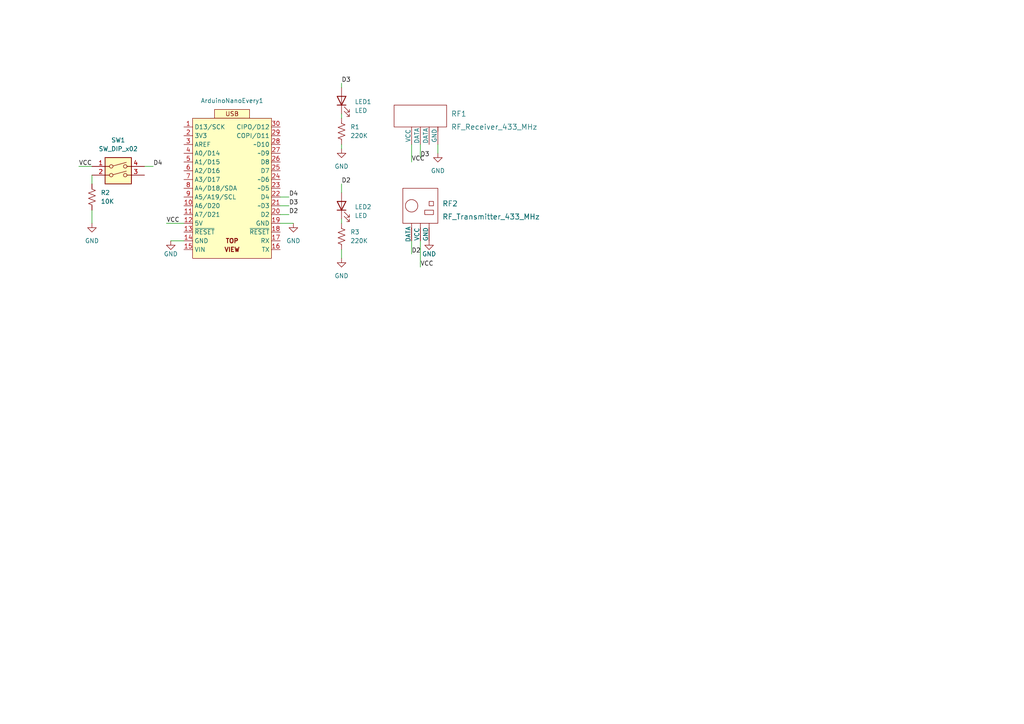
<source format=kicad_sch>
(kicad_sch (version 20211123) (generator eeschema)
  (paper "A4")
  (title_block (title "433_Nano_Transciver") (date "2022-10-18") (rev "Rev 1.0"))
  (lib_symbols
    (symbol "Device:LED" (pin_numbers hide) (pin_names (offset 1.016) hide)
      (property "Reference" "D" (at 0 2.54 0))
      (property "Value" "LED" (at 0 -2.54 0))
      (symbol "LED_0_1"
        (polyline (pts (xy -1.27 -1.27) (xy -1.27 1.27)) (stroke (width 0.254)))
        (polyline (pts (xy -1.27 0) (xy 1.27 0)))
        (polyline (pts (xy 1.27 -1.27) (xy 1.27 1.27) (xy -1.27 0) (xy 1.27 -1.27)) (stroke (width 0.254)))
        (polyline (pts (xy -3.048 -0.762) (xy -4.572 -2.286) (xy -3.81 -2.286) (xy -4.572 -2.286) (xy -4.572 -1.524)))
        (polyline (pts (xy -1.778 -0.762) (xy -3.302 -2.286) (xy -2.54 -2.286) (xy -3.302 -2.286) (xy -3.302 -1.524)))
      )
      (symbol "LED_1_1"
        (pin passive line (at -3.81 0 0) (length 2.54) (name "K") (number "1"))
        (pin passive line (at 3.81 0 180) (length 2.54) (name "A") (number "2"))
      )
    )
    (symbol "Device:R_US" (pin_numbers hide) (pin_names (offset 0))
      (property "Reference" "R" (at 2.54 0 90))
      (property "Value" "R_US" (at -2.54 0 90))
      (symbol "R_US_0_1"
        (polyline (pts (xy 0 -2.286) (xy 0 -2.54)))
        (polyline (pts (xy 0 2.286) (xy 0 2.54)))
        (polyline (pts (xy 0 -0.762) (xy 1.016 -1.143) (xy 0 -1.524) (xy -1.016 -1.905) (xy 0 -2.286)))
        (polyline (pts (xy 0 0.762) (xy 1.016 0.381) (xy 0 0) (xy -1.016 -0.381) (xy 0 -0.762)))
        (polyline (pts (xy 0 2.286) (xy 1.016 1.905) (xy 0 1.524) (xy -1.016 1.143) (xy 0 0.762)))
      )
      (symbol "R_US_1_1"
        (pin passive line (at 0 3.81 270) (length 1.27) (name "~") (number "1"))
        (pin passive line (at 0 -3.81 90) (length 1.27) (name "~") (number "2"))
      )
    )
    (symbol "Switch:SW_DIP_x02" (pin_names (offset 0) hide)
      (property "Reference" "SW" (at 0 6.35 0))
      (property "Value" "SW_DIP_x02" (at 0 -3.81 0))
      (symbol "SW_DIP_x02_0_0"
        (circle (center -2.032 0) (radius 0.508))
        (circle (center -2.032 2.54) (radius 0.508))
        (polyline (pts (xy -1.524 0.127) (xy 2.3622 1.1684)))
        (polyline (pts (xy -1.524 2.667) (xy 2.3622 3.7084)))
        (circle (center 2.032 0) (radius 0.508))
        (circle (center 2.032 2.54) (radius 0.508))
      )
      (symbol "SW_DIP_x02_0_1"
        (rectangle (start -3.81 5.08) (end 3.81 -2.54) (stroke (width 0.254)) (fill (type background)))
      )
      (symbol "SW_DIP_x02_1_1"
        (pin passive line (at -7.62 2.54 0) (length 5.08) (name "~") (number "1"))
        (pin passive line (at -7.62 0 0) (length 5.08) (name "~") (number "2"))
        (pin passive line (at 7.62 0 180) (length 5.08) (name "~") (number "3"))
        (pin passive line (at 7.62 2.54 180) (length 5.08) (name "~") (number "4"))
      )
    )
    (symbol "WorkshopSimboli:Arduino Nano Every"
      (property "Reference" "ArduinoNanoEvery" (at 13.97 7.62 0))
      (symbol "Arduino Nano Every_1_1"
        (rectangle (start 2.54 2.54) (end 25.4 -38.1) (fill (type background)))
        (rectangle (start 7.62 2.54) (end 17.78 2.54))
        (rectangle (start 8.89 5.08) (end 19.05 2.54) (fill (type background)))
        (text "TOP" (at 13.97 -33.02 0) (effects (font (size 1.27 1.27) bold)))
        (text "USB" (at 13.97 3.81 0) (effects (font (size 1.27 1.27))))
        (text "VIEW" (at 13.97 -35.56 0) (effects (font (size 1.27 1.27) bold)))
        (pin passive line (at 0 0 0) (length 2.54) (name "D13/SCK") (number "1"))
        (pin passive line (at 0 -22.86 0) (length 2.54) (name "A6/D20") (number "10"))
        (pin passive line (at 0 -25.4 0) (length 2.54) (name "A7/D21") (number "11"))
        (pin passive line (at 0 -27.94 0) (length 2.54) (name "5V") (number "12"))
        (pin passive line (at 0 -30.48 0) (length 2.54) (name "~{RESET}") (number "13"))
        (pin passive line (at 0 -33.02 0) (length 2.54) (name "GND") (number "14"))
        (pin passive line (at 0 -35.56 0) (length 2.54) (name "VIN") (number "15"))
        (pin passive line (at 27.94 -35.56 180) (length 2.54) (name "TX") (number "16"))
        (pin passive line (at 27.94 -33.02 180) (length 2.54) (name "RX") (number "17"))
        (pin passive line (at 27.94 -30.48 180) (length 2.54) (name "~{RESET}") (number "18"))
        (pin passive line (at 27.94 -27.94 180) (length 2.54) (name "GND") (number "19"))
        (pin passive line (at 0 -2.54 0) (length 2.54) (name "3V3") (number "2"))
        (pin passive line (at 27.94 -25.4 180) (length 2.54) (name "D2") (number "20"))
        (pin passive line (at 27.94 -22.86 180) (length 2.54) (name "~D3") (number "21"))
        (pin passive line (at 27.94 -20.32 180) (length 2.54) (name "D4") (number "22"))
        (pin passive line (at 27.94 -17.78 180) (length 2.54) (name "~D5") (number "23"))
        (pin passive line (at 27.94 -15.24 180) (length 2.54) (name "~D6") (number "24"))
        (pin passive line (at 27.94 -12.7 180) (length 2.54) (name "D7") (number "25"))
        (pin passive line (at 27.94 -10.16 180) (length 2.54) (name "D8") (number "26"))
        (pin passive line (at 27.94 -7.62 180) (length 2.54) (name "~D9") (number "27"))
        (pin passive line (at 27.94 -5.08 180) (length 2.54) (name "~D10") (number "28"))
        (pin passive line (at 27.94 -2.54 180) (length 2.54) (name "COPI/D11") (number "29"))
        (pin passive line (at 0 -5.08 0) (length 2.54) (name "AREF") (number "3"))
        (pin passive line (at 27.94 0 180) (length 2.54) (name "CIPO/D12") (number "30"))
        (pin passive line (at 0 -7.62 0) (length 2.54) (name "A0/D14") (number "4"))
        (pin passive line (at 0 -10.16 0) (length 2.54) (name "A1/D15") (number "5"))
        (pin passive line (at 0 -12.7 0) (length 2.54) (name "A2/D16") (number "6"))
        (pin passive line (at 0 -15.24 0) (length 2.54) (name "A3/D17") (number "7"))
        (pin passive line (at 0 -17.78 0) (length 2.54) (name "A4/D18/SDA") (number "8"))
        (pin passive line (at 0 -20.32 0) (length 2.54) (name "A5/A19/SCL") (number "9"))
      )
    )
    (symbol "power:GND" (power) (pin_names (offset 0))
      (property "Value" "GND" (at 0 -3.81 0))
      (symbol "GND_0_1"
        (polyline (pts (xy 0 0) (xy 0 -1.27) (xy 1.27 -1.27) (xy 0 -2.54) (xy -1.27 -1.27) (xy 0 -1.27)))
      )
      (symbol "GND_1_1"
        (pin power_in line (at 0 0 270) (length 0) hide (name "GND") (number "1"))
      )
    )
    (symbol "sensors:RF_Receiver_433_MHz" (pin_numbers hide) (pin_names (offset 0))
      (property "Reference" "RF" (at 0 16.51 0))
      (property "Value" "RF_Receiver_433_MHz" (at 0 13.97 0))
      (symbol "RF_Receiver_433_MHz_0_1"
        (rectangle (start -7.62 5.08) (end 7.62 11.43))
        (polyline (pts (xy 5.08 3.81) (xy 5.08 5.08)))
      )
      (symbol "RF_Receiver_433_MHz_1_1"
        (pin power_in line (at -2.54 0 90) (length 5.08) (name "VCC") (number "1"))
        (pin input line (at 0 0 90) (length 5.08) (name "DATA") (number "2"))
        (pin output line (at 2.54 0 90) (length 5.08) (name "DATA") (number "3"))
        (pin power_in line (at 5.08 0 90) (length 5.08) (name "GND") (number "4"))
      )
    )
    (symbol "sensors:RF_Transmitter_433_MHz" (pin_numbers hide) (pin_names (offset 0))
      (property "Reference" "RF" (at 0 20.32 0))
      (property "Value" "RF_Transmitter_433_MHz" (at 0 17.78 0))
      (symbol "RF_Transmitter_433_MHz_0_1"
        (rectangle (start -5.08 5.08) (end 5.08 15.24))
        (circle (center -2.54 10.16) (radius 1.8034))
        (polyline (pts (xy -2.54 3.81) (xy -2.54 5.08)))
        (polyline (pts (xy 0 3.81) (xy 0 5.08)))
        (polyline (pts (xy 2.54 3.81) (xy 2.54 5.08)))
        (rectangle (start 3.81 8.89) (end 1.27 7.62))
        (rectangle (start 3.81 11.43) (end 2.54 10.16))
      )
      (symbol "RF_Transmitter_433_MHz_1_1"
        (pin input line (at -2.54 0 90) (length 3.81) (name "DATA") (number "1"))
        (pin power_in line (at 0 0 90) (length 3.81) (name "VCC") (number "2"))
        (pin power_in line (at 2.54 0 90) (length 3.81) (name "GND") (number "3"))
      )
    )
  )
  (wire (pts (xy 121.92 77.47) (xy 121.92 69.85)))
  (wire (pts (xy 99.06 43.18) (xy 99.06 41.91)))
  (wire (pts (xy 99.06 63.5) (xy 99.06 64.77)))
  (wire (pts (xy 121.92 45.72) (xy 121.92 41.91)))
  (wire (pts (xy 26.67 64.77) (xy 26.67 60.96)))
  (wire (pts (xy 48.26 64.77) (xy 53.34 64.77)))
  (wire (pts (xy 49.53 69.85) (xy 53.34 69.85)))
  (wire (pts (xy 44.45 48.26) (xy 41.91 48.26)))
  (wire (pts (xy 119.38 46.99) (xy 119.38 41.91)))
  (wire (pts (xy 83.82 57.15) (xy 81.28 57.15)))
  (wire (pts (xy 99.06 53.34) (xy 99.06 55.88)))
  (wire (pts (xy 99.06 33.02) (xy 99.06 34.29)))
  (wire (pts (xy 83.82 59.69) (xy 81.28 59.69)))
  (wire (pts (xy 119.38 73.66) (xy 119.38 69.85)))
  (wire (pts (xy 127 44.45) (xy 127 41.91)))
  (wire (pts (xy 99.06 24.13) (xy 99.06 25.4)))
  (wire (pts (xy 26.67 53.34) (xy 26.67 50.8)))
  (wire (pts (xy 22.86 48.26) (xy 26.67 48.26)))
  (wire (pts (xy 99.06 74.93) (xy 99.06 72.39)))
  (wire (pts (xy 85.09 64.77) (xy 81.28 64.77)))
  (wire (pts (xy 83.82 62.23) (xy 81.28 62.23)))
  (label "VCC" (at 121.92 77.47 0))
  (label "D2" (at 99.06 53.34 0))
  (label "VCC" (at 119.38 46.99 0))
  (label "VCC" (at 22.86 48.26 0))
  (label "D2" (at 83.82 62.23 0))
  (label "D4" (at 44.45 48.26 0))
  (label "D4" (at 83.82 57.15 0))
  (label "D3" (at 99.06 24.13 0))
  (label "D3" (at 121.92 45.72 0))
  (label "D2" (at 119.38 73.66 0))
  (label "D3" (at 83.82 59.69 0))
  (label "VCC" (at 48.26 64.77 0))
  (symbol (lib_id "sensors:RF_Transmitter_433_MHz") (at 121.92 69.85 0) (unit 1)
    (property "Reference" "RF2" (at 128.27 59.055 0) (effects (font (size 1.524 1.524)) (justify left)))
    (property "Value" "RF_Transmitter_433_MHz" (at 128.27 62.865 0) (effects (font (size 1.524 1.524)) (justify left)))
    (property "Footprint" "Sensors:RF_Transmitter_433_MHz" (effects hide))
    (property "Datasheet" "http://www.energiazero.org/arduino_sensori/Complete%20Guide%20for%20RF%20433MHz%20Transmitter.pdf" (effects hide))
  )
  (symbol (lib_id "Switch:SW_DIP_x02") (at 34.29 50.8 0) (unit 1)
    (property "Reference" "SW1" (at 34.29 40.64 0))
    (property "Value" "SW_DIP_x02" (at 34.29 43.18 0))
    (property "Footprint" "Button_Switch_THT:Push_E-Switch_KS01Q01" (effects hide))
  )
  (symbol (lib_id "Device:R_US") (at 99.06 68.58 0) (unit 1)
    (property "Reference" "R3" (at 101.6 67.3099 0) (effects (justify left)))
    (property "Value" "220K" (at 101.6 69.8499 0) (effects (justify left)))
    (property "Footprint" "Resistor_THT:R_Axial_DIN0309_L9.0mm_D3.2mm_P15.24mm_Horizontal" (effects hide))
  )
  (symbol (lib_id "power:GND") (at 49.53 69.85 0) (unit 1)
    (property "Reference" "#PWR05" (effects hide))
    (property "Value" "GND" (at 49.53 73.66 0))
  )
  (symbol (lib_id "Device:LED") (at 99.06 29.21 90) (unit 1)
    (property "Reference" "LED1" (at 102.87 29.5274 90) (effects (justify right)))
    (property "Value" "LED" (at 102.87 32.0674 90) (effects (justify right)))
    (property "Footprint" "LED_THT:LED_D3.0mm" (effects hide))
  )
  (symbol (lib_id "Device:R_US") (at 99.06 38.1 0) (unit 1)
    (property "Reference" "R1" (at 101.6 36.8299 0) (effects (justify left)))
    (property "Value" "220K" (at 101.6 39.3699 0) (effects (justify left)))
    (property "Footprint" "Resistor_THT:R_Axial_DIN0309_L9.0mm_D3.2mm_P15.24mm_Horizontal" (effects hide))
  )
  (symbol (lib_id "sensors:RF_Receiver_433_MHz") (at 121.92 41.91 0) (unit 1)
    (property "Reference" "RF1" (at 130.81 33.02 0) (effects (font (size 1.524 1.524)) (justify left)))
    (property "Value" "RF_Receiver_433_MHz" (at 130.81 36.83 0) (effects (font (size 1.524 1.524)) (justify left)))
    (property "Footprint" "Sensors:RF_Receiver_433_MHz" (effects hide))
    (property "Datasheet" "http://www.energiazero.org/arduino_sensori/Complete%20Guide%20for%20RF%20433MHz%20Transmitter.pdf" (effects hide))
  )
  (symbol (lib_id "Device:LED") (at 99.06 59.69 90) (unit 1)
    (property "Reference" "LED2" (at 102.87 60.0074 90) (effects (justify right)))
    (property "Value" "LED" (at 102.87 62.5474 90) (effects (justify right)))
    (property "Footprint" "LED_THT:LED_D3.0mm" (effects hide))
  )
  (symbol (lib_id "power:GND") (at 26.67 64.77 0) (unit 1)
    (property "Reference" "#PWR03" (effects hide))
    (property "Value" "GND" (at 26.67 69.85 0))
  )
  (symbol (lib_id "power:GND") (at 85.09 64.77 0) (unit 1)
    (property "Reference" "#PWR04" (effects hide))
    (property "Value" "GND" (at 85.09 69.85 0))
  )
  (symbol (lib_id "power:GND") (at 99.06 43.18 0) (unit 1)
    (property "Reference" "#PWR01" (effects hide))
    (property "Value" "GND" (at 99.06 48.26 0))
  )
  (symbol (lib_id "WorkshopSimboli:Arduino Nano Every") (at 53.34 36.83 0) (unit 1)
    (property "Reference" "ArduinoNanoEvery1" (at 67.31 29.21 0))
    (property "Value" "Arduino Nano Every" (effects hide))
    (property "Footprint" "WorkshopFootprints:NanoEvery" (effects hide))
  )
  (symbol (lib_id "power:GND") (at 99.06 74.93 0) (unit 1)
    (property "Reference" "#PWR07" (effects hide))
    (property "Value" "GND" (at 99.06 80.01 0))
  )
  (symbol (lib_id "power:GND") (at 127 44.45 0) (unit 1)
    (property "Reference" "#PWR02" (effects hide))
    (property "Value" "GND" (at 127 49.53 0))
  )
  (symbol (lib_id "power:GND") (at 124.46 69.85 0) (unit 1)
    (property "Reference" "#PWR06" (effects hide))
    (property "Value" "GND" (at 124.46 73.66 0))
  )
  (symbol (lib_id "Device:R_US") (at 26.67 57.15 0) (unit 1)
    (property "Reference" "R2" (at 29.21 55.8799 0) (effects (justify left)))
    (property "Value" "10K" (at 29.21 58.4199 0) (effects (justify left)))
    (property "Footprint" "Resistor_THT:R_Axial_DIN0309_L9.0mm_D3.2mm_P15.24mm_Horizontal" (effects hide))
  )
)
</source>
